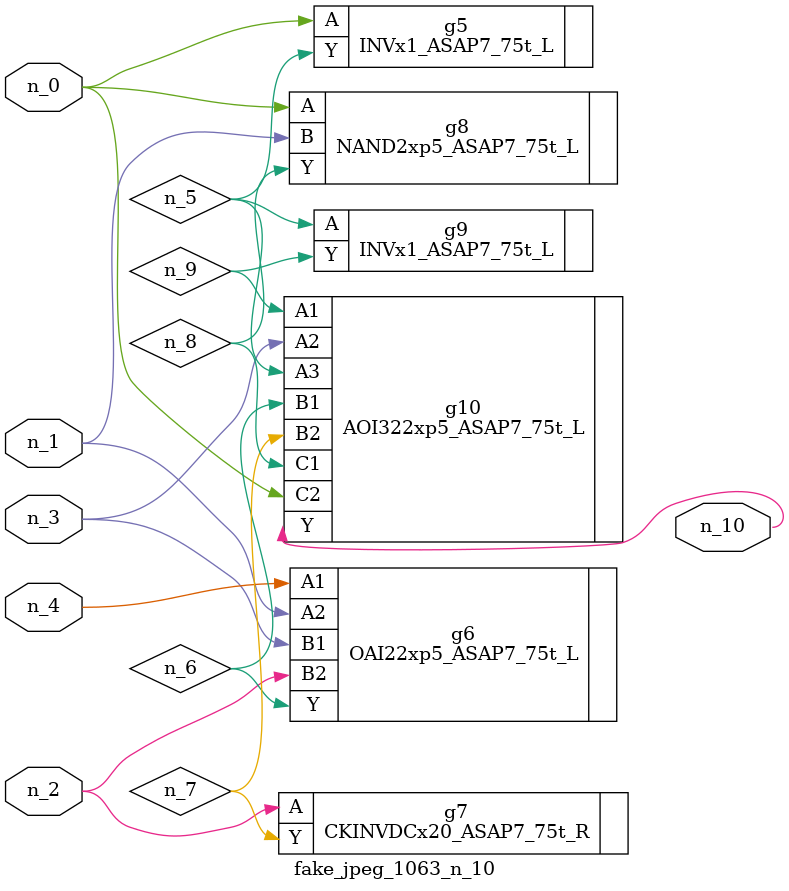
<source format=v>
module fake_jpeg_1063_n_10 (n_3, n_2, n_1, n_0, n_4, n_10);

input n_3;
input n_2;
input n_1;
input n_0;
input n_4;

output n_10;

wire n_8;
wire n_9;
wire n_6;
wire n_5;
wire n_7;

INVx1_ASAP7_75t_L g5 ( 
.A(n_0),
.Y(n_5)
);

OAI22xp5_ASAP7_75t_L g6 ( 
.A1(n_4),
.A2(n_1),
.B1(n_3),
.B2(n_2),
.Y(n_6)
);

CKINVDCx20_ASAP7_75t_R g7 ( 
.A(n_2),
.Y(n_7)
);

NAND2xp5_ASAP7_75t_L g8 ( 
.A(n_0),
.B(n_1),
.Y(n_8)
);

INVx1_ASAP7_75t_L g9 ( 
.A(n_5),
.Y(n_9)
);

AOI322xp5_ASAP7_75t_L g10 ( 
.A1(n_9),
.A2(n_3),
.A3(n_5),
.B1(n_6),
.B2(n_7),
.C1(n_8),
.C2(n_0),
.Y(n_10)
);


endmodule
</source>
